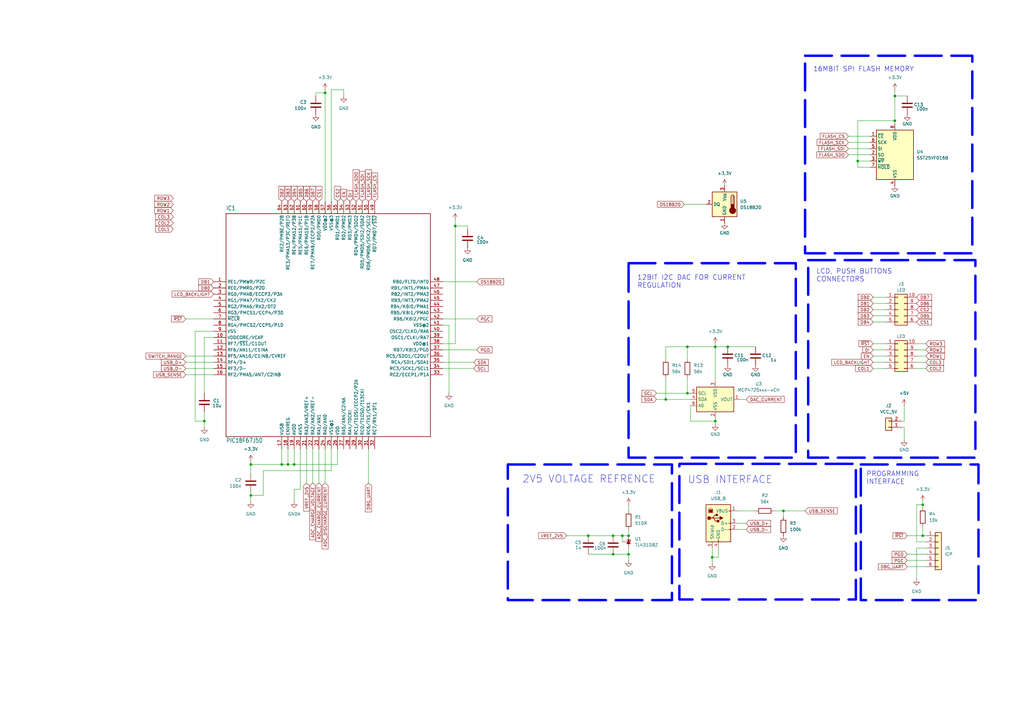
<source format=kicad_sch>
(kicad_sch (version 20250114) (generator "eeschema") (generator_version "9.0")
  (paper "A3")
  (lib_symbols
    (symbol "Analog_DAC:MCP4725xxx-xCH"
      (property "Reference" "U" (at -6.35 6.35 0))
      (property "Value" "MCP4725xxx-xCH" (at 8.89 6.35 0))
      (symbol "MCP4725xxx-xCH_0_1"
        (rectangle (start -7.62 5.08) (end 7.62 -5.08) (stroke (width 0.254)) (fill (type background)))
      )
      (symbol "MCP4725xxx-xCH_1_1"
        (pin input line (at -10.16 2.54 0) (length 2.54) (name "SCL") (number "5"))
        (pin bidirectional line (at -10.16 0 0) (length 2.54) (name "SDA") (number "4"))
        (pin input line (at -10.16 -2.54 0) (length 2.54) (name "A0") (number "6"))
        (pin power_in line (at 0 7.62 270) (length 2.54) (name "VDD") (number "3"))
        (pin power_in line (at 0 -7.62 90) (length 2.54) (name "VSS") (number "2"))
        (pin output line (at 10.16 0 180) (length 2.54) (name "VOUT") (number "1"))
      )
    )
    (symbol "Connector:USB_B" (pin_names (offset 1.016))
      (property "Reference" "J" (at -5.08 11.43 0))
      (property "Value" "USB_B" (at -5.08 8.89 0))
      (symbol "USB_B_0_1"
        (rectangle (start -5.08 -7.62) (end 5.08 7.62) (stroke (width 0.254)) (fill (type background)))
        (polyline (pts (xy -4.064 4.318) (xy -2.286 4.318) (xy -2.286 5.715) (xy -2.667 6.096) (xy -3.683 6.096) (xy -4.064 5.715) (xy -4.064 4.318)))
        (rectangle (start -3.81 5.588) (end -2.54 4.572) (fill (type outline)))
        (circle (center -3.81 2.159) (radius 0.635) (stroke (width 0.254)) (fill (type outline)))
        (polyline (pts (xy -3.175 2.159) (xy -2.54 2.159) (xy -1.27 3.429) (xy -0.635 3.429)) (stroke (width 0.254)))
        (polyline (pts (xy -2.54 2.159) (xy -1.905 2.159) (xy -1.27 0.889) (xy 0 0.889)) (stroke (width 0.254)))
        (polyline (pts (xy -1.905 2.159) (xy 0.635 2.159)) (stroke (width 0.254)))
        (circle (center -0.635 3.429) (radius 0.381) (stroke (width 0.254)) (fill (type outline)))
        (rectangle (start -0.127 -7.62) (end 0.127 -6.858))
        (rectangle (start 0.254 1.27) (end -0.508 0.508) (stroke (width 0.254)) (fill (type outline)))
        (polyline (pts (xy 0.635 2.794) (xy 0.635 1.524) (xy 1.905 2.159) (xy 0.635 2.794)) (stroke (width 0.254)) (fill (type outline)))
        (rectangle (start 5.08 4.953) (end 4.318 5.207))
        (rectangle (start 5.08 -0.127) (end 4.318 0.127))
        (rectangle (start 5.08 -2.667) (end 4.318 -2.413))
      )
      (symbol "USB_B_1_1"
        (pin passive line (at -2.54 -10.16 90) (length 2.54) (name "Shield") (number "5"))
        (pin power_out line (at 0 -10.16 90) (length 2.54) (name "GND") (number "4"))
        (pin power_out line (at 7.62 5.08 180) (length 2.54) (name "VBUS") (number "1"))
        (pin bidirectional line (at 7.62 0 180) (length 2.54) (name "D+") (number "3"))
        (pin bidirectional line (at 7.62 -2.54 180) (length 2.54) (name "D-") (number "2"))
      )
    )
    (symbol "Connector_Generic:Conn_01x02" (pin_names (offset 1.016) (hide yes))
      (property "Reference" "J" (at 0 2.54 0))
      (property "Value" "Conn_01x02" (at 0 -5.08 0))
      (symbol "Conn_01x02_1_1"
        (rectangle (start -1.27 1.27) (end 1.27 -3.81) (stroke (width 0.254)) (fill (type background)))
        (rectangle (start -1.27 0.127) (end 0 -0.127) (stroke (width 0.1524)))
        (rectangle (start -1.27 -2.413) (end 0 -2.667) (stroke (width 0.1524)))
        (pin passive line (at -5.08 0 0) (length 3.81) (name "Pin_1") (number "1"))
        (pin passive line (at -5.08 -2.54 0) (length 3.81) (name "Pin_2") (number "2"))
      )
    )
    (symbol "Connector_Generic:Conn_01x06" (pin_names (offset 1.016) (hide yes))
      (property "Reference" "J" (at 0 7.62 0))
      (property "Value" "Conn_01x06" (at 0 -10.16 0))
      (symbol "Conn_01x06_1_1"
        (rectangle (start -1.27 6.35) (end 1.27 -8.89) (stroke (width 0.254)) (fill (type background)))
        (rectangle (start -1.27 5.207) (end 0 4.953) (stroke (width 0.1524)))
        (rectangle (start -1.27 2.667) (end 0 2.413) (stroke (width 0.1524)))
        (rectangle (start -1.27 0.127) (end 0 -0.127) (stroke (width 0.1524)))
        (rectangle (start -1.27 -2.413) (end 0 -2.667) (stroke (width 0.1524)))
        (rectangle (start -1.27 -4.953) (end 0 -5.207) (stroke (width 0.1524)))
        (rectangle (start -1.27 -7.493) (end 0 -7.747) (stroke (width 0.1524)))
        (pin passive line (at -5.08 5.08 0) (length 3.81) (name "Pin_1") (number "1"))
        (pin passive line (at -5.08 2.54 0) (length 3.81) (name "Pin_2") (number "2"))
        (pin passive line (at -5.08 0 0) (length 3.81) (name "Pin_3") (number "3"))
        (pin passive line (at -5.08 -2.54 0) (length 3.81) (name "Pin_4") (number "4"))
        (pin passive line (at -5.08 -5.08 0) (length 3.81) (name "Pin_5") (number "5"))
        (pin passive line (at -5.08 -7.62 0) (length 3.81) (name "Pin_6") (number "6"))
      )
    )
    (symbol "Connector_Generic:Conn_02x05_Counter_Clockwise" (pin_names (offset 1.016) (hide yes))
      (property "Reference" "J" (at 1.27 7.62 0))
      (property "Value" "Conn_02x05_Counter_Clockwise" (at 1.27 -7.62 0))
      (symbol "Conn_02x05_Counter_Clockwise_1_1"
        (rectangle (start -1.27 6.35) (end 3.81 -6.35) (stroke (width 0.254)) (fill (type background)))
        (rectangle (start -1.27 5.207) (end 0 4.953) (stroke (width 0.1524)))
        (rectangle (start -1.27 2.667) (end 0 2.413) (stroke (width 0.1524)))
        (rectangle (start -1.27 0.127) (end 0 -0.127) (stroke (width 0.1524)))
        (rectangle (start -1.27 -2.413) (end 0 -2.667) (stroke (width 0.1524)))
        (rectangle (start -1.27 -4.953) (end 0 -5.207) (stroke (width 0.1524)))
        (rectangle (start 3.81 5.207) (end 2.54 4.953) (stroke (width 0.1524)))
        (rectangle (start 3.81 2.667) (end 2.54 2.413) (stroke (width 0.1524)))
        (rectangle (start 3.81 0.127) (end 2.54 -0.127) (stroke (width 0.1524)))
        (rectangle (start 3.81 -2.413) (end 2.54 -2.667) (stroke (width 0.1524)))
        (rectangle (start 3.81 -4.953) (end 2.54 -5.207) (stroke (width 0.1524)))
        (pin passive line (at -5.08 5.08 0) (length 3.81) (name "Pin_1") (number "1"))
        (pin passive line (at -5.08 2.54 0) (length 3.81) (name "Pin_2") (number "2"))
        (pin passive line (at -5.08 0 0) (length 3.81) (name "Pin_3") (number "3"))
        (pin passive line (at -5.08 -2.54 0) (length 3.81) (name "Pin_4") (number "4"))
        (pin passive line (at -5.08 -5.08 0) (length 3.81) (name "Pin_5") (number "5"))
        (pin passive line (at 7.62 5.08 180) (length 3.81) (name "Pin_10") (number "10"))
        (pin passive line (at 7.62 2.54 180) (length 3.81) (name "Pin_9") (number "9"))
        (pin passive line (at 7.62 0 180) (length 3.81) (name "Pin_8") (number "8"))
        (pin passive line (at 7.62 -2.54 180) (length 3.81) (name "Pin_7") (number "7"))
        (pin passive line (at 7.62 -5.08 180) (length 3.81) (name "Pin_6") (number "6"))
      )
    )
    (symbol "Device:C" (pin_numbers (hide yes)) (pin_names (offset 0.254))
      (property "Reference" "C" (at 0.635 2.54 0))
      (property "Value" "C" (at 0.635 -2.54 0))
      (symbol "C_0_1"
        (polyline (pts (xy -2.032 0.762) (xy 2.032 0.762)) (stroke (width 0.508)))
        (polyline (pts (xy -2.032 -0.762) (xy 2.032 -0.762)) (stroke (width 0.508)))
      )
      (symbol "C_1_1"
        (pin passive line (at 0 3.81 270) (length 2.794) (name "~") (number "1"))
        (pin passive line (at 0 -3.81 90) (length 2.794) (name "~") (number "2"))
      )
    )
    (symbol "Device:R" (pin_numbers (hide yes)) (pin_names (offset 0))
      (property "Reference" "R" (at 2.032 0 90))
      (property "Value" "R" (at 0 0 90))
      (symbol "R_0_1"
        (rectangle (start -1.016 -2.54) (end 1.016 2.54) (stroke (width 0.254)))
      )
      (symbol "R_1_1"
        (pin passive line (at 0 3.81 270) (length 1.27) (name "~") (number "1"))
        (pin passive line (at 0 -3.81 90) (length 1.27) (name "~") (number "2"))
      )
    )
    (symbol "Memory_Flash:SST25VF080B-50-4x-S2Ax"
      (property "Reference" "U" (at -6.35 11.43 0))
      (property "Value" "SST25VF080B-50-4x-S2Ax" (at 13.97 11.43 0))
      (symbol "SST25VF080B-50-4x-S2Ax_0_1"
        (rectangle (start -7.62 10.16) (end 7.62 -10.16) (stroke (width 0.254)) (fill (type background)))
      )
      (symbol "SST25VF080B-50-4x-S2Ax_1_1"
        (pin input line (at -10.16 7.62 0) (length 2.54) (name "~{CE}") (number "1"))
        (pin input line (at -10.16 5.08 0) (length 2.54) (name "SCK") (number "6"))
        (pin input line (at -10.16 2.54 0) (length 2.54) (name "SI") (number "5"))
        (pin output line (at -10.16 0 0) (length 2.54) (name "SO") (number "2"))
        (pin input line (at -10.16 -2.54 0) (length 2.54) (name "~{WP}") (number "3"))
        (pin input line (at -10.16 -5.08 0) (length 2.54) (name "~{HOLD}") (number "7"))
        (pin power_in line (at 0 12.7 270) (length 2.54) (name "VDD") (number "8"))
        (pin power_in line (at 0 -12.7 90) (length 2.54) (name "VSS") (number "4"))
      )
    )
    (symbol "Reference_Voltage:TL431DBZ" (pin_numbers (hide yes)) (pin_names (hide yes))
      (property "Reference" "U" (at -2.54 2.54 0))
      (property "Value" "TL431DBZ" (at 0 -2.54 0))
      (symbol "TL431DBZ_0_1"
        (polyline (pts (xy -1.27 0) (xy 0 0) (xy 1.27 0)))
        (polyline (pts (xy -0.762 -0.762) (xy -0.762 0.762) (xy 0.762 0) (xy -0.762 -0.762)) (fill (type outline)))
        (polyline (pts (xy 0.254 -0.762) (xy 0.762 -0.762) (xy 0.762 0.762) (xy 0.762 0.762)) (stroke (width 0.254)))
      )
      (symbol "TL431DBZ_1_1"
        (pin passive line (at -2.54 0 0) (length 2.54) (name "A") (number "3"))
        (pin passive line (at 0 2.54 270) (length 2.54) (name "REF") (number "2"))
        (pin passive line (at 2.54 0 180) (length 2.54) (name "K") (number "1"))
      )
    )
    (symbol "Sensor_Temperature:DS18B20"
      (property "Reference" "U" (at -3.81 6.35 0))
      (property "Value" "DS18B20" (at 6.35 6.35 0))
      (symbol "DS18B20_0_1"
        (rectangle (start -5.08 5.08) (end 5.08 -5.08) (stroke (width 0.254)) (fill (type background)))
        (polyline (pts (xy -3.937 3.175) (xy -3.937 0)) (stroke (width 0.254)))
        (polyline (pts (xy -3.937 3.175) (xy -3.302 3.175)) (stroke (width 0.254)))
        (polyline (pts (xy -3.937 2.54) (xy -3.302 2.54)) (stroke (width 0.254)))
        (polyline (pts (xy -3.937 1.905) (xy -3.302 1.905)) (stroke (width 0.254)))
        (polyline (pts (xy -3.937 1.27) (xy -3.302 1.27)) (stroke (width 0.254)))
        (polyline (pts (xy -3.937 0.635) (xy -3.302 0.635)) (stroke (width 0.254)))
        (arc (start -3.937 3.175) (mid -3.302 3.8073) (end -2.667 3.175) (stroke (width 0.254)))
        (circle (center -3.302 -2.54) (radius 1.27) (stroke (width 0.254)) (fill (type outline)))
        (polyline (pts (xy -2.667 3.175) (xy -2.667 0)) (stroke (width 0.254)))
        (rectangle (start -2.667 -1.905) (end -3.937 0) (stroke (width 0.254)) (fill (type outline)))
      )
      (symbol "DS18B20_1_1"
        (pin power_in line (at 0 7.62 270) (length 2.54) (name "V_{DD}") (number "3"))
        (pin power_in line (at 0 -7.62 90) (length 2.54) (name "GND") (number "1"))
        (pin bidirectional line (at 7.62 0 180) (length 2.54) (name "DQ") (number "2"))
      )
    )
    (symbol "centralaV2.2-eagle-import:PIC18F6J50"
      (property "Reference" "IC4" (at -43.18 46.99 0))
      (property "Value" "PIC18F67J50" (at -43.18 -48.26 0))
      (symbol "PIC18F6J50_1_0"
        (polyline (pts (xy -43.18 45.72) (xy -43.18 -45.72)) (stroke (width 0.254)))
        (polyline (pts (xy -43.18 -45.72) (xy 40.64 -45.72)) (stroke (width 0.254)))
        (polyline (pts (xy 40.64 45.72) (xy -43.18 45.72)) (stroke (width 0.254)))
        (polyline (pts (xy 40.64 -45.72) (xy 40.64 45.72)) (stroke (width 0.254)))
        (pin bidirectional line (at -48.26 17.78 0) (length 5.08) (name "RE1/PMWR/P2C") (number "1"))
        (pin bidirectional line (at -48.26 15.24 0) (length 5.08) (name "RE0/PMRD/P2D") (number "2"))
        (pin bidirectional line (at -48.26 12.7 0) (length 5.08) (name "RG0/PMA8/ECCP3/P3A") (number "3"))
        (pin bidirectional line (at -48.26 10.16 0) (length 5.08) (name "RG1/PMA7/TX2/CK2") (number "4"))
        (pin bidirectional line (at -48.26 7.62 0) (length 5.08) (name "RG2/PMA6/RX2/DT2") (number "5"))
        (pin bidirectional line (at -48.26 5.08 0) (length 5.08) (name "RG3/PMCS1/CCP4/P3D") (number "6"))
        (pin input line (at -48.26 2.54 0) (length 5.08) (name "~{MCLR}") (number "7"))
        (pin bidirectional line (at -48.26 0 0) (length 5.08) (name "RG4/PMCS2/CCP5/P1D") (number "8"))
        (pin power_in line (at -48.26 -2.54 0) (length 5.08) (name "VSS") (number "9"))
        (pin bidirectional line (at -48.26 -5.08 0) (length 5.08) (name "VDDCORE/VCAP") (number "10"))
        (pin bidirectional line (at -48.26 -7.62 0) (length 5.08) (name "RF7/~{SS1}/C1OUT") (number "11"))
        (pin bidirectional line (at -48.26 -10.16 0) (length 5.08) (name "RF6/AN11/C1INA") (number "12"))
        (pin bidirectional line (at -48.26 -12.7 0) (length 5.08) (name "RF5/AN10/C1INB/CVREF") (number "13"))
        (pin bidirectional line (at -48.26 -15.24 0) (length 5.08) (name "RF4/D+") (number "14"))
        (pin bidirectional line (at -48.26 -17.78 0) (length 5.08) (name "RF3/D-") (number "15"))
        (pin bidirectional line (at -48.26 -20.32 0) (length 5.08) (name "RF2/PMA5/AN7/C2INB") (number "16"))
        (pin bidirectional line (at -20.32 50.8 270) (length 5.08) (name "RE2/PMBE/P2B") (number "64"))
        (pin bidirectional line (at -20.32 -50.8 90) (length 5.08) (name "VUSB") (number "17"))
        (pin bidirectional line (at -17.78 50.8 270) (length 5.08) (name "RE3/PMA13/P3C/REFO") (number "63"))
        (pin input line (at -17.78 -50.8 90) (length 5.08) (name "ENVREG") (number "18"))
        (pin bidirectional line (at -15.24 50.8 270) (length 5.08) (name "RE4/PMA12/P3B") (number "62"))
        (pin bidirectional line (at -15.24 -50.8 90) (length 5.08) (name "AVDD") (number "19"))
        (pin bidirectional line (at -12.7 50.8 270) (length 5.08) (name "RE5/PMA11/P1C") (number "61"))
        (pin bidirectional line (at -12.7 -50.8 90) (length 5.08) (name "AVSS") (number "20"))
        (pin bidirectional line (at -10.16 50.8 270) (length 5.08) (name "RE6/PMA10/P1B") (number "60"))
        (pin bidirectional line (at -10.16 -50.8 90) (length 5.08) (name "RA3/AN3/VREF+") (number "21"))
        (pin bidirectional line (at -7.62 50.8 270) (length 5.08) (name "RE7/PMA9/ECCP2/P2A") (number "59"))
        (pin bidirectional line (at -7.62 -50.8 90) (length 5.08) (name "RA2/AN2/VREF-") (number "22"))
        (pin bidirectional line (at -5.08 50.8 270) (length 5.08) (name "RD0/PMD0") (number "58"))
        (pin bidirectional line (at -5.08 -50.8 90) (length 5.08) (name "RA1/AN1") (number "23"))
        (pin power_in line (at -2.54 50.8 270) (length 5.08) (name "VDD@2") (number "57"))
        (pin bidirectional line (at -2.54 -50.8 90) (length 5.08) (name "RA0/AN0") (number "24"))
        (pin power_in line (at 0 50.8 270) (length 5.08) (name "VSS@3") (number "56"))
        (pin power_in line (at 0 -50.8 90) (length 5.08) (name "VSS@1") (number "25"))
        (pin bidirectional line (at 2.54 50.8 270) (length 5.08) (name "RD1/PMD1") (number "55"))
        (pin power_in line (at 2.54 -50.8 90) (length 5.08) (name "VDD") (number "26"))
        (pin bidirectional line (at 5.08 50.8 270) (length 5.08) (name "RD2/PMD2") (number "54"))
        (pin bidirectional line (at 5.08 -50.8 90) (length 5.08) (name "RA5/AN4/C2INA") (number "27"))
        (pin bidirectional line (at 7.62 50.8 270) (length 5.08) (name "RD3/PMD3") (number "53"))
        (pin bidirectional line (at 7.62 -50.8 90) (length 5.08) (name "RA4/T0CKI") (number "28"))
        (pin bidirectional line (at 10.16 50.8 270) (length 5.08) (name "RD4/PMD4/SDO2") (number "52"))
        (pin bidirectional line (at 10.16 -50.8 90) (length 5.08) (name "RC1/T1OSI/ECCP2/P2A") (number "29"))
        (pin bidirectional line (at 12.7 50.8 270) (length 5.08) (name "RD5/PMD5/SDI2/SDA2") (number "51"))
        (pin bidirectional line (at 12.7 -50.8 90) (length 5.08) (name "RC0/T1OSO/T13CKI") (number "30"))
        (pin bidirectional line (at 15.24 50.8 270) (length 5.08) (name "RD6/PMD6/SCK2/SCL2") (number "50"))
        (pin bidirectional line (at 15.24 -50.8 90) (length 5.08) (name "RC6/TX1/CK1") (number "31"))
        (pin bidirectional line (at 17.78 50.8 270) (length 5.08) (name "RD7/PMD7/~{SS2}") (number "49"))
        (pin bidirectional line (at 17.78 -50.8 90) (length 5.08) (name "RC7/RX1/DT1") (number "32"))
        (pin bidirectional line (at 45.72 17.78 180) (length 5.08) (name "RB0/FLT0/INT0") (number "48"))
        (pin bidirectional line (at 45.72 15.24 180) (length 5.08) (name "RB1/INT1/PMA4") (number "47"))
        (pin bidirectional line (at 45.72 12.7 180) (length 5.08) (name "RB2/INT2/PMA3") (number "46"))
        (pin bidirectional line (at 45.72 10.16 180) (length 5.08) (name "RB3/INT3/PMA2") (number "45"))
        (pin bidirectional line (at 45.72 7.62 180) (length 5.08) (name "RB4/KBI0/PMA1") (number "44"))
        (pin bidirectional line (at 45.72 5.08 180) (length 5.08) (name "RB5/KBI1/PMA0") (number "43"))
        (pin bidirectional line (at 45.72 2.54 180) (length 5.08) (name "RB6/KBI2/PGC") (number "42"))
        (pin power_in line (at 45.72 0 180) (length 5.08) (name "VSS@2") (number "41"))
        (pin bidirectional line (at 45.72 -2.54 180) (length 5.08) (name "OSC2/CLKO/RA6") (number "40"))
        (pin bidirectional line (at 45.72 -5.08 180) (length 5.08) (name "OSC1/CLKI/RA7") (number "39"))
        (pin power_in line (at 45.72 -7.62 180) (length 5.08) (name "VDD@1") (number "38"))
        (pin bidirectional line (at 45.72 -10.16 180) (length 5.08) (name "RB7/KBI3/PGD") (number "37"))
        (pin bidirectional line (at 45.72 -12.7 180) (length 5.08) (name "RC5/SDO1/C2OUT") (number "36"))
        (pin bidirectional line (at 45.72 -15.24 180) (length 5.08) (name "RC4/SDI1/SDA1") (number "35"))
        (pin bidirectional line (at 45.72 -17.78 180) (length 5.08) (name "RC3/SCK1/SCL1") (number "34"))
        (pin bidirectional line (at 45.72 -20.32 180) (length 5.08) (name "RC2/ECCP1/P1A") (number "33"))
      )
    )
    (symbol "power:+3.3V" (power) (pin_numbers (hide yes)) (pin_names (offset 0) (hide yes))
      (property "Value" "+3.3V" (at 0 3.556 0))
      (symbol "+3.3V_0_1"
        (polyline (pts (xy -0.762 1.27) (xy 0 2.54)))
        (polyline (pts (xy 0 2.54) (xy 0.762 1.27)))
        (polyline (pts (xy 0 0) (xy 0 2.54)))
      )
      (symbol "+3.3V_1_1"
        (pin power_in line (at 0 0 90) (length 0) (name "~") (number "1"))
      )
    )
    (symbol "power:+5V" (power) (pin_numbers (hide yes)) (pin_names (offset 0) (hide yes))
      (property "Value" "+5V" (at 0 3.556 0))
      (symbol "+5V_0_1"
        (polyline (pts (xy -0.762 1.27) (xy 0 2.54)))
        (polyline (pts (xy 0 2.54) (xy 0.762 1.27)))
        (polyline (pts (xy 0 0) (xy 0 2.54)))
      )
      (symbol "+5V_1_1"
        (pin power_in line (at 0 0 90) (length 0) (name "~") (number "1"))
      )
    )
    (symbol "power:GND" (power) (pin_numbers (hide yes)) (pin_names (offset 0) (hide yes))
      (property "Value" "GND" (at 0 -3.81 0))
      (symbol "GND_0_1"
        (polyline (pts (xy 0 0) (xy 0 -1.27) (xy 1.27 -1.27) (xy 0 -2.54) (xy -1.27 -1.27) (xy 0 -1.27)))
      )
      (symbol "GND_1_1"
        (pin power_in line (at 0 0 270) (length 0) (name "~") (number "1"))
      )
    )
    (symbol "power:GNDA" (power) (pin_numbers (hide yes)) (pin_names (offset 0) (hide yes))
      (property "Value" "GNDA" (at 0 -3.81 0))
      (symbol "GNDA_0_1"
        (polyline (pts (xy 0 0) (xy 0 -1.27) (xy 1.27 -1.27) (xy 0 -2.54) (xy -1.27 -1.27) (xy 0 -1.27)))
      )
      (symbol "GNDA_1_1"
        (pin power_in line (at 0 0 270) (length 0) (name "~") (number "1"))
      )
    )
  )
  (rectangle (start 208.28 190.5) (end 275.59 246.126) (stroke (width 1) (type dash) (color 0 0 255 1)))
  (rectangle (start 257.81 107.95) (end 326.39 187.706) (stroke (width 1) (type dash) (color 0 0 255 1)))
  (rectangle (start 353.06 190.5) (end 401.32 246.126) (stroke (width 1) (type dash) (color 0 0 255 1)))
  (rectangle (start 330.2 22.86) (end 398.78 103.886) (stroke (width 1) (type dash) (color 0 0 255 1)))
  (rectangle (start 331.47 106.68) (end 400.05 187.706) (stroke (width 1) (type dash) (color 0 0 255 1)))
  (rectangle (start 278.638 190.246) (end 351.028 245.872) (stroke (width 1) (type dash) (color 0 0 255 1)))
  (text "LCD, PUSH BUTTONS\nCONNECTORS" (at 334.772 113.03 0) (effects (font (size 2 2)) (justify left)))
  (text "16MBIT SPI FLASH MEMORY" (at 333.502 28.448 0) (effects (font (size 2 2)) (justify left)))
  (text "12BIT I2C DAC FOR CURRENT\nREGULATION" (at 261.366 115.57 0) (effects (font (size 2 2)) (justify left)))
  (text "PROGRAMMING\nINTERFACE" (at 355.346 196.088 0) (effects (font (size 2 2)) (justify left)))
  (text "USB INTERFACE" (at 299.466 196.85 0) (effects (font (size 3 3))))
  (text "2V5 VOLTAGE REFRENCE" (at 241.554 196.596 0) (effects (font (size 3 3))))
  (junction (at 378.46 219.71))
  (junction (at 257.81 219.71))
  (junction (at 133.35 38.1))
  (junction (at 293.37 142.24))
  (junction (at 351.79 66.04))
  (junction (at 118.11 190.5))
  (junction (at 102.87 190.5))
  (junction (at 255.27 219.71))
  (junction (at 292.1 228.6))
  (junction (at 251.46 227.33))
  (junction (at 378.46 207.01))
  (junction (at 257.81 227.33))
  (junction (at 281.94 142.24))
  (junction (at 83.82 172.72))
  (junction (at 273.05 163.83))
  (junction (at 321.31 209.55))
  (junction (at 102.87 203.2))
  (junction (at 186.69 92.71))
  (junction (at 298.45 142.24))
  (junction (at 120.65 190.5))
  (junction (at 293.37 172.72))
  (junction (at 281.94 161.29))
  (junction (at 367.03 39.37))
  (junction (at 367.03 49.53))
  (junction (at 251.46 219.71))
  (junction (at 115.57 190.5))
  (junction (at 241.3 219.71))
  (wire (pts (xy 102.87 203.2) (xy 107.95 203.2)))
  (wire (pts (xy 280.67 83.82) (xy 289.56 83.82)))
  (wire (pts (xy 375.92 148.59) (xy 379.73 148.59)))
  (wire (pts (xy 358.14 127) (xy 363.22 127)))
  (wire (pts (xy 255.27 222.25) (xy 255.27 219.71)))
  (wire (pts (xy 281.94 142.24) (xy 293.37 142.24)))
  (wire (pts (xy 120.65 200.66) (xy 123.19 200.66)))
  (wire (pts (xy 128.27 184.15) (xy 128.27 198.12)))
  (wire (pts (xy 375.92 140.97) (xy 379.73 140.97)))
  (wire (pts (xy 76.2 146.05) (xy 87.63 146.05)))
  (wire (pts (xy 257.81 207.01) (xy 257.81 209.55)))
  (wire (pts (xy 306.07 217.17) (xy 302.26 217.17)))
  (wire (pts (xy 378.46 219.71) (xy 379.73 219.71)))
  (wire (pts (xy 186.69 90.17) (xy 186.69 92.71)))
  (wire (pts (xy 251.46 227.33) (xy 257.81 227.33)))
  (wire (pts (xy 293.37 172.72) (xy 293.37 171.45)))
  (wire (pts (xy 375.92 222.25) (xy 375.92 207.01)))
  (wire (pts (xy 102.87 190.5) (xy 115.57 190.5)))
  (wire (pts (xy 115.57 184.15) (xy 115.57 190.5)))
  (wire (pts (xy 292.1 228.6) (xy 292.1 224.79)))
  (wire (pts (xy 129.54 39.37) (xy 129.54 38.1)))
  (wire (pts (xy 292.1 228.6) (xy 294.64 228.6)))
  (wire (pts (xy 351.79 66.04) (xy 356.87 66.04)))
  (wire (pts (xy 186.69 92.71) (xy 186.69 140.97)))
  (wire (pts (xy 293.37 173.99) (xy 293.37 172.72)))
  (wire (pts (xy 358.14 143.51) (xy 363.22 143.51)))
  (wire (pts (xy 351.79 68.58) (xy 351.79 66.04)))
  (wire (pts (xy 321.31 209.55) (xy 321.31 212.09)))
  (wire (pts (xy 273.05 163.83) (xy 283.21 163.83)))
  (wire (pts (xy 281.94 147.32) (xy 281.94 142.24)))
  (wire (pts (xy 241.3 227.33) (xy 251.46 227.33)))
  (wire (pts (xy 358.14 148.59) (xy 363.22 148.59)))
  (wire (pts (xy 372.11 227.33) (xy 379.73 227.33)))
  (wire (pts (xy 294.64 228.6) (xy 294.64 224.79)))
  (wire (pts (xy 83.82 138.43) (xy 87.63 138.43)))
  (wire (pts (xy 76.2 151.13) (xy 87.63 151.13)))
  (wire (pts (xy 378.46 215.9) (xy 378.46 219.71)))
  (wire (pts (xy 375.92 143.51) (xy 379.73 143.51)))
  (wire (pts (xy 367.03 39.37) (xy 367.03 49.53)))
  (wire (pts (xy 378.46 205.74) (xy 378.46 207.01)))
  (wire (pts (xy 102.87 189.23) (xy 102.87 190.5)))
  (wire (pts (xy 83.82 168.91) (xy 83.82 172.72)))
  (wire (pts (xy 135.89 193.04) (xy 135.89 184.15)))
  (wire (pts (xy 370.84 175.26) (xy 370.84 180.34)))
  (wire (pts (xy 129.54 38.1) (xy 133.35 38.1)))
  (wire (pts (xy 133.35 38.1) (xy 133.35 36.83)))
  (wire (pts (xy 195.58 115.57) (xy 181.61 115.57)))
  (wire (pts (xy 358.14 140.97) (xy 363.22 140.97)))
  (wire (pts (xy 257.81 227.33) (xy 257.81 224.79)))
  (wire (pts (xy 118.11 184.15) (xy 118.11 190.5)))
  (wire (pts (xy 292.1 231.14) (xy 292.1 228.6)))
  (wire (pts (xy 83.82 161.29) (xy 83.82 138.43)))
  (wire (pts (xy 283.21 172.72) (xy 283.21 166.37)))
  (wire (pts (xy 375.92 151.13) (xy 379.73 151.13)))
  (wire (pts (xy 281.94 154.94) (xy 281.94 161.29)))
  (wire (pts (xy 257.81 217.17) (xy 257.81 219.71)))
  (wire (pts (xy 186.69 140.97) (xy 181.61 140.97)))
  (wire (pts (xy 378.46 207.01) (xy 378.46 208.28)))
  (wire (pts (xy 317.5 209.55) (xy 321.31 209.55)))
  (wire (pts (xy 281.94 161.29) (xy 283.21 161.29)))
  (wire (pts (xy 80.01 172.72) (xy 83.82 172.72)))
  (wire (pts (xy 306.07 214.63) (xy 302.26 214.63)))
  (wire (pts (xy 115.57 190.5) (xy 118.11 190.5)))
  (wire (pts (xy 358.14 121.92) (xy 363.22 121.92)))
  (wire (pts (xy 107.95 193.04) (xy 135.89 193.04)))
  (wire (pts (xy 321.31 209.55) (xy 330.2 209.55)))
  (wire (pts (xy 194.31 148.59) (xy 181.61 148.59)))
  (wire (pts (xy 375.92 224.79) (xy 379.73 224.79)))
  (wire (pts (xy 358.14 146.05) (xy 363.22 146.05)))
  (wire (pts (xy 347.98 55.88) (xy 356.87 55.88)))
  (wire (pts (xy 232.41 219.71) (xy 241.3 219.71)))
  (wire (pts (xy 184.15 133.35) (xy 181.61 133.35)))
  (wire (pts (xy 351.79 66.04) (xy 351.79 49.53)))
  (wire (pts (xy 140.97 36.83) (xy 140.97 39.37)))
  (wire (pts (xy 306.07 163.83) (xy 303.53 163.83)))
  (wire (pts (xy 375.92 146.05) (xy 379.73 146.05)))
  (wire (pts (xy 356.87 68.58) (xy 351.79 68.58)))
  (wire (pts (xy 251.46 219.71) (xy 255.27 219.71)))
  (wire (pts (xy 372.11 219.71) (xy 378.46 219.71)))
  (wire (pts (xy 195.58 143.51) (xy 181.61 143.51)))
  (wire (pts (xy 80.01 135.89) (xy 80.01 172.72)))
  (wire (pts (xy 351.79 49.53) (xy 367.03 49.53)))
  (wire (pts (xy 118.11 190.5) (xy 120.65 190.5)))
  (wire (pts (xy 151.13 198.12) (xy 151.13 184.15)))
  (wire (pts (xy 370.84 175.26) (xy 369.57 175.26)))
  (wire (pts (xy 135.89 36.83) (xy 135.89 82.55)))
  (wire (pts (xy 347.98 58.42) (xy 356.87 58.42)))
  (wire (pts (xy 372.11 39.37) (xy 367.03 39.37)))
  (wire (pts (xy 241.3 219.71) (xy 251.46 219.71)))
  (wire (pts (xy 358.14 124.46) (xy 363.22 124.46)))
  (wire (pts (xy 347.98 63.5) (xy 356.87 63.5)))
  (wire (pts (xy 273.05 147.32) (xy 273.05 142.24)))
  (wire (pts (xy 80.01 135.89) (xy 87.63 135.89)))
  (wire (pts (xy 133.35 82.55) (xy 133.35 38.1)))
  (wire (pts (xy 372.11 232.41) (xy 379.73 232.41)))
  (wire (pts (xy 358.14 129.54) (xy 363.22 129.54)))
  (wire (pts (xy 372.11 229.87) (xy 379.73 229.87)))
  (wire (pts (xy 76.2 130.81) (xy 87.63 130.81)))
  (wire (pts (xy 375.92 237.49) (xy 375.92 224.79)))
  (wire (pts (xy 269.24 163.83) (xy 273.05 163.83)))
  (wire (pts (xy 130.81 184.15) (xy 130.81 198.12)))
  (wire (pts (xy 133.35 184.15) (xy 133.35 198.12)))
  (wire (pts (xy 257.81 229.87) (xy 257.81 227.33)))
  (wire (pts (xy 273.05 142.24) (xy 281.94 142.24)))
  (wire (pts (xy 125.73 198.12) (xy 125.73 184.15)))
  (wire (pts (xy 191.77 92.71) (xy 186.69 92.71)))
  (wire (pts (xy 358.14 132.08) (xy 363.22 132.08)))
  (wire (pts (xy 194.31 151.13) (xy 181.61 151.13)))
  (wire (pts (xy 369.57 172.72) (xy 370.84 172.72)))
  (wire (pts (xy 379.73 222.25) (xy 375.92 222.25)))
  (wire (pts (xy 293.37 172.72) (xy 283.21 172.72)))
  (wire (pts (xy 76.2 153.67) (xy 87.63 153.67)))
  (wire (pts (xy 358.14 151.13) (xy 363.22 151.13)))
  (wire (pts (xy 375.92 207.01) (xy 378.46 207.01)))
  (wire (pts (xy 184.15 161.29) (xy 184.15 133.35)))
  (wire (pts (xy 293.37 140.97) (xy 293.37 142.24)))
  (wire (pts (xy 102.87 205.74) (xy 102.87 203.2)))
  (wire (pts (xy 191.77 93.98) (xy 191.77 92.71)))
  (wire (pts (xy 138.43 184.15) (xy 138.43 190.5)))
  (wire (pts (xy 273.05 154.94) (xy 273.05 163.83)))
  (wire (pts (xy 255.27 219.71) (xy 257.81 219.71)))
  (wire (pts (xy 367.03 49.53) (xy 367.03 50.8)))
  (wire (pts (xy 302.26 209.55) (xy 309.88 209.55)))
  (wire (pts (xy 123.19 200.66) (xy 123.19 184.15)))
  (wire (pts (xy 347.98 60.96) (xy 356.87 60.96)))
  (wire (pts (xy 83.82 172.72) (xy 83.82 175.26)))
  (wire (pts (xy 367.03 36.83) (xy 367.03 39.37)))
  (wire (pts (xy 293.37 142.24) (xy 293.37 156.21)))
  (wire (pts (xy 370.84 166.37) (xy 370.84 172.72)))
  (wire (pts (xy 195.58 130.81) (xy 181.61 130.81)))
  (wire (pts (xy 120.65 184.15) (xy 120.65 190.5)))
  (wire (pts (xy 135.89 36.83) (xy 140.97 36.83)))
  (wire (pts (xy 76.2 148.59) (xy 87.63 148.59)))
  (wire (pts (xy 107.95 203.2) (xy 107.95 193.04)))
  (wire (pts (xy 298.45 142.24) (xy 293.37 142.24)))
  (wire (pts (xy 269.24 161.29) (xy 281.94 161.29)))
  (wire (pts (xy 120.65 190.5) (xy 138.43 190.5)))
  (wire (pts (xy 120.65 205.74) (xy 120.65 200.66)))
  (wire (pts (xy 102.87 203.2) (xy 102.87 201.93)))
  (wire (pts (xy 102.87 190.5) (xy 102.87 194.31)))
  (wire (pts (xy 298.45 142.24) (xy 309.88 142.24)))
  (global_label "ROW1" (shape input) (at 71.12 86.36 180) (property "Intersheetrefs" "${INTERSHEET_REFS}" (effects (hide yes))))
  (global_label "ROW2" (shape input) (at 71.12 83.82 180) (property "Intersheetrefs" "${INTERSHEET_REFS}" (effects (hide yes))))
  (global_label "DB2" (shape input) (at 115.57 82.55 90) (property "Intersheetrefs" "${INTERSHEET_REFS}" (effects (hide yes))))
  (global_label "SCL" (shape input) (at 194.31 151.13 0) (property "Intersheetrefs" "${INTERSHEET_REFS}" (effects (hide yes))))
  (global_label "COL2" (shape input) (at 71.12 91.44 180) (property "Intersheetrefs" "${INTERSHEET_REFS}" (effects (hide yes))))
  (global_label "DI" (shape input) (at 358.14 143.51 180) (property "Intersheetrefs" "${INTERSHEET_REFS}" (effects (hide yes))))
  (global_label "~{RST}" (shape input) (at 372.11 219.71 180) (property "Intersheetrefs" "${INTERSHEET_REFS}" (effects (hide yes))))
  (global_label "USB_SENSE" (shape input) (at 76.2 153.67 180) (property "Intersheetrefs" "${INTERSHEET_REFS}" (effects (hide yes))))
  (global_label "EN" (shape input) (at 140.97 82.55 90) (property "Intersheetrefs" "${INTERSHEET_REFS}" (effects (hide yes))))
  (global_label "DB4" (shape input) (at 358.14 132.08 180) (property "Intersheetrefs" "${INTERSHEET_REFS}" (effects (hide yes))))
  (global_label "VREF_2V5" (shape input) (at 232.41 219.71 180) (property "Intersheetrefs" "${INTERSHEET_REFS}" (effects (hide yes))))
  (global_label "~{RST}" (shape input) (at 358.14 140.97 180) (property "Intersheetrefs" "${INTERSHEET_REFS}" (effects (hide yes))))
  (global_label "DB6" (shape input) (at 375.92 124.46 0) (property "Intersheetrefs" "${INTERSHEET_REFS}" (effects (hide yes))))
  (global_label "DB5" (shape input) (at 375.92 129.54 0) (property "Intersheetrefs" "${INTERSHEET_REFS}" (effects (hide yes))))
  (global_label "FLASH_CS" (shape input) (at 153.67 82.55 90) (property "Intersheetrefs" "${INTERSHEET_REFS}" (effects (hide yes))))
  (global_label "FLASH_SCK" (shape input) (at 347.98 58.42 180) (property "Intersheetrefs" "${INTERSHEET_REFS}" (effects (hide yes))))
  (global_label "DS18B20" (shape input) (at 280.67 83.82 180) (property "Intersheetrefs" "${INTERSHEET_REFS}" (effects (hide yes))))
  (global_label "COL2" (shape input) (at 379.73 151.13 0) (property "Intersheetrefs" "${INTERSHEET_REFS}" (effects (hide yes))))
  (global_label "ROW2" (shape input) (at 379.73 143.51 0) (property "Intersheetrefs" "${INTERSHEET_REFS}" (effects (hide yes))))
  (global_label "CS2" (shape input) (at 375.92 127 0) (property "Intersheetrefs" "${INTERSHEET_REFS}" (effects (hide yes))))
  (global_label "COL1" (shape input) (at 71.12 93.98 180) (property "Intersheetrefs" "${INTERSHEET_REFS}" (effects (hide yes))))
  (global_label "USB_SENSE" (shape input) (at 330.2 209.55 0) (property "Intersheetrefs" "${INTERSHEET_REFS}" (effects (hide yes))))
  (global_label "PGD" (shape input) (at 195.58 143.51 0) (property "Intersheetrefs" "${INTERSHEET_REFS}" (effects (hide yes))))
  (global_label "DI" (shape input) (at 143.51 82.55 90) (property "Intersheetrefs" "${INTERSHEET_REFS}" (effects (hide yes))))
  (global_label "FLASH_SDO" (shape input) (at 347.98 63.5 180) (property "Intersheetrefs" "${INTERSHEET_REFS}" (effects (hide yes))))
  (global_label "USB_D+" (shape input) (at 306.07 214.63 0) (property "Intersheetrefs" "${INTERSHEET_REFS}" (effects (hide yes))))
  (global_label "ROW3" (shape input) (at 71.12 81.28 180) (property "Intersheetrefs" "${INTERSHEET_REFS}" (effects (hide yes))))
  (global_label "PGC" (shape input) (at 195.58 130.81 0) (property "Intersheetrefs" "${INTERSHEET_REFS}" (effects (hide yes))))
  (global_label "DB7" (shape input) (at 128.27 82.55 90) (property "Intersheetrefs" "${INTERSHEET_REFS}" (effects (hide yes))))
  (global_label "COL3" (shape input) (at 71.12 88.9 180) (property "Intersheetrefs" "${INTERSHEET_REFS}" (effects (hide yes))))
  (global_label "FLASH_SDO" (shape input) (at 146.05 82.55 90) (property "Intersheetrefs" "${INTERSHEET_REFS}" (effects (hide yes))))
  (global_label "SDA" (shape input) (at 269.24 163.83 180) (property "Intersheetrefs" "${INTERSHEET_REFS}" (effects (hide yes))))
  (global_label "DBG_UART" (shape input) (at 151.13 198.12 270) (property "Intersheetrefs" "${INTERSHEET_REFS}" (effects (hide yes))))
  (global_label "ADC_CHARGE_VOLTAGE" (shape input) (at 128.27 198.12 270) (property "Intersheetrefs" "${INTERSHEET_REFS}" (effects (hide yes))))
  (global_label "PGD" (shape input) (at 372.11 227.33 180) (property "Intersheetrefs" "${INTERSHEET_REFS}" (effects (hide yes))))
  (global_label "DBG_UART" (shape input) (at 372.11 232.41 180) (property "Intersheetrefs" "${INTERSHEET_REFS}" (effects (hide yes))))
  (global_label "FLASH_SCK" (shape input) (at 151.13 82.55 90) (property "Intersheetrefs" "${INTERSHEET_REFS}" (effects (hide yes))))
  (global_label "COL1" (shape input) (at 358.14 151.13 180) (property "Intersheetrefs" "${INTERSHEET_REFS}" (effects (hide yes))))
  (global_label "FLASH_SDI" (shape input) (at 148.59 82.55 90) (property "Intersheetrefs" "${INTERSHEET_REFS}" (effects (hide yes))))
  (global_label "FLASH_SDI" (shape input) (at 347.98 60.96 180) (property "Intersheetrefs" "${INTERSHEET_REFS}" (effects (hide yes))))
  (global_label "DB0" (shape input) (at 358.14 121.92 180) (property "Intersheetrefs" "${INTERSHEET_REFS}" (effects (hide yes))))
  (global_label "EN" (shape input) (at 358.14 146.05 180) (property "Intersheetrefs" "${INTERSHEET_REFS}" (effects (hide yes))))
  (global_label "DB7" (shape input) (at 375.92 121.92 0) (property "Intersheetrefs" "${INTERSHEET_REFS}" (effects (hide yes))))
  (global_label "DB5" (shape input) (at 123.19 82.55 90) (property "Intersheetrefs" "${INTERSHEET_REFS}" (effects (hide yes))))
  (global_label "DS18B20" (shape input) (at 195.58 115.57 0) (property "Intersheetrefs" "${INTERSHEET_REFS}" (effects (hide yes))))
  (global_label "USB_D-" (shape input) (at 76.2 151.13 180) (property "Intersheetrefs" "${INTERSHEET_REFS}" (effects (hide yes))))
  (global_label "ROW1" (shape input) (at 379.73 146.05 0) (property "Intersheetrefs" "${INTERSHEET_REFS}" (effects (hide yes))))
  (global_label "DB4" (shape input) (at 120.65 82.55 90) (property "Intersheetrefs" "${INTERSHEET_REFS}" (effects (hide yes))))
  (global_label "SDA" (shape input) (at 194.31 148.59 0) (property "Intersheetrefs" "${INTERSHEET_REFS}" (effects (hide yes))))
  (global_label "USB_D+" (shape input) (at 76.2 148.59 180) (property "Intersheetrefs" "${INTERSHEET_REFS}" (effects (hide yes))))
  (global_label "SWITCH_RANGE" (shape input) (at 76.2 146.05 180) (property "Intersheetrefs" "${INTERSHEET_REFS}" (effects (hide yes))))
  (global_label "COL3" (shape input) (at 379.73 148.59 0) (property "Intersheetrefs" "${INTERSHEET_REFS}" (effects (hide yes))))
  (global_label "DB2" (shape input) (at 358.14 127 180) (property "Intersheetrefs" "${INTERSHEET_REFS}" (effects (hide yes))))
  (global_label "~{RST}" (shape input) (at 76.2 130.81 180) (property "Intersheetrefs" "${INTERSHEET_REFS}" (effects (hide yes))))
  (global_label "LCD_BACKLIGHT" (shape input) (at 358.14 148.59 180) (property "Intersheetrefs" "${INTERSHEET_REFS}" (effects (hide yes))))
  (global_label "ROW3" (shape input) (at 379.73 140.97 0) (property "Intersheetrefs" "${INTERSHEET_REFS}" (effects (hide yes))))
  (global_label "ADC_DISCHARGE_CURRENT" (shape input) (at 133.35 198.12 270) (property "Intersheetrefs" "${INTERSHEET_REFS}" (effects (hide yes))))
  (global_label "LCD_BACKLIGHT" (shape input) (at 87.63 120.65 180) (property "Intersheetrefs" "${INTERSHEET_REFS}" (effects (hide yes))))
  (global_label "DB0" (shape input) (at 87.63 118.11 180) (property "Intersheetrefs" "${INTERSHEET_REFS}" (effects (hide yes))))
  (global_label "PGC" (shape input) (at 372.11 229.87 180) (property "Intersheetrefs" "${INTERSHEET_REFS}" (effects (hide yes))))
  (global_label "VREF_2V5" (shape input) (at 125.73 198.12 270) (property "Intersheetrefs" "${INTERSHEET_REFS}" (effects (hide yes))))
  (global_label "DB3" (shape input) (at 118.11 82.55 90) (property "Intersheetrefs" "${INTERSHEET_REFS}" (effects (hide yes))))
  (global_label "CS2" (shape input) (at 138.43 82.55 90) (property "Intersheetrefs" "${INTERSHEET_REFS}" (effects (hide yes))))
  (global_label "ADC_CHARGE_CURRENT" (shape input) (at 130.81 198.12 270) (property "Intersheetrefs" "${INTERSHEET_REFS}" (effects (hide yes))))
  (global_label "USB_D-" (shape input) (at 306.07 217.17 0) (property "Intersheetrefs" "${INTERSHEET_REFS}" (effects (hide yes))))
  (global_label "CS1" (shape input) (at 130.81 82.55 90) (property "Intersheetrefs" "${INTERSHEET_REFS}" (effects (hide yes))))
  (global_label "CS1" (shape input) (at 375.92 132.08 0) (property "Intersheetrefs" "${INTERSHEET_REFS}" (effects (hide yes))))
  (global_label "DB3" (shape input) (at 358.14 129.54 180) (property "Intersheetrefs" "${INTERSHEET_REFS}" (effects (hide yes))))
  (global_label "DAC_CURRENT" (shape input) (at 306.07 163.83 0) (property "Intersheetrefs" "${INTERSHEET_REFS}" (effects (hide yes))))
  (global_label "FLASH_CS" (shape input) (at 347.98 55.88 180) (property "Intersheetrefs" "${INTERSHEET_REFS}" (effects (hide yes))))
  (global_label "SCL" (shape input) (at 269.24 161.29 180) (property "Intersheetrefs" "${INTERSHEET_REFS}" (effects (hide yes))))
  (global_label "DB1" (shape input) (at 358.14 124.46 180) (property "Intersheetrefs" "${INTERSHEET_REFS}" (effects (hide yes))))
  (global_label "DB1" (shape input) (at 87.63 115.57 180) (property "Intersheetrefs" "${INTERSHEET_REFS}" (effects (hide yes))))
  (global_label "DB6" (shape input) (at 125.73 82.55 90) (property "Intersheetrefs" "${INTERSHEET_REFS}" (effects (hide yes))))
  (symbol (lib_id "Connector_Generic:Conn_01x02") (at 364.49 175.26 180) (unit 1)
    (property "Reference" "J2" (at 364.49 166.37 0))
    (property "Value" "VCC_5V" (at 364.49 168.91 0))
    (property "Footprint" "Connector_JST:JST_XA_B02B-XASK-1_1x02_P2.50mm_Vertical" (effects (hide yes)))
    (property "Description" "Generic connector, single row, 01x02, script generated (kicad-library-utils/schlib/autogen/connector/)" (effects (hide yes)))
  )
  (symbol (lib_id "power:GND") (at 257.81 229.87 0) (unit 1)
    (property "Reference" "#PWR011" (effects (hide yes)))
    (property "Value" "GND" (at 257.81 234.95 0))
    (property "Description" "Power symbol creates a global label with name \"GND\" , ground" (effects (hide yes)))
  )
  (symbol (lib_id "power:+3.3V") (at 293.37 140.97 0) (unit 1)
    (property "Reference" "#PWR027" (effects (hide yes)))
    (property "Value" "+3.3V" (at 293.37 135.89 0))
    (property "Description" "Power symbol creates a global label with name \"+3.3V\"" (effects (hide yes)))
  )
  (symbol (lib_id "power:GND") (at 298.45 149.86 0) (unit 1)
    (property "Reference" "#PWR028" (effects (hide yes)))
    (property "Value" "GND" (at 298.45 153.67 0))
    (property "Description" "Power symbol creates a global label with name \"GND\" , ground" (effects (hide yes)))
  )
  (symbol (lib_id "Memory_Flash:SST25VF080B-50-4x-S2Ax") (at 367.03 63.5 0) (unit 1)
    (property "Reference" "U4" (at 375.92 62.2299 0) (effects (justify left)))
    (property "Value" "SST25VF016B" (at 375.92 64.7699 0) (effects (justify left)))
    (property "Footprint" "Package_SO:SOIC-8_5.3x5.3mm_P1.27mm" (effects (hide yes)))
    (property "Datasheet" "http://ww1.microchip.com/downloads/en/DeviceDoc/20005045C.pdf" (effects (hide yes)))
    (property "Description" "8-Mbit, 2.7 to 3.6V, SPI Flash Memory, SOIC-8" (effects (hide yes)))
  )
  (symbol (lib_id "Device:C") (at 83.82 165.1 0) (unit 1)
    (property "Reference" "C1" (at 87.376 164.338 0) (effects (justify left)))
    (property "Value" "10u" (at 87.122 166.37 0) (effects (justify left)))
    (property "Footprint" "Capacitor_SMD:C_1206_3216Metric_Pad1.33x1.80mm_HandSolder" (effects (hide yes)))
    (property "Description" "Unpolarized capacitor" (effects (hide yes)))
  )
  (symbol (lib_id "power:GND") (at 191.77 101.6 0) (unit 1)
    (property "Reference" "#PWR09" (effects (hide yes)))
    (property "Value" "GND" (at 191.77 106.68 0))
    (property "Description" "Power symbol creates a global label with name \"GND\" , ground" (effects (hide yes)))
  )
  (symbol (lib_id "power:+3.3V") (at 133.35 36.83 0) (unit 1)
    (property "Reference" "#PWR05" (effects (hide yes)))
    (property "Value" "+3.3V" (at 133.35 31.75 0))
    (property "Description" "Power symbol creates a global label with name \"+3.3V\"" (effects (hide yes)))
  )
  (symbol (lib_id "Device:C") (at 241.3 223.52 0) (mirror y) (unit 1)
    (property "Reference" "C5" (at 238.506 222.504 0) (effects (justify left)))
    (property "Value" "1u" (at 238.506 224.536 0) (effects (justify left)))
    (property "Footprint" "Capacitor_SMD:C_0805_2012Metric_Pad1.18x1.45mm_HandSolder" (effects (hide yes)))
    (property "Description" "Unpolarized capacitor" (effects (hide yes)))
  )
  (symbol (lib_id "power:+3.3V") (at 186.69 90.17 0) (unit 1)
    (property "Reference" "#PWR08" (effects (hide yes)))
    (property "Value" "+3.3V" (at 186.69 85.09 0))
    (property "Description" "Power symbol creates a global label with name \"+3.3V\"" (effects (hide yes)))
  )
  (symbol (lib_id "power:+5V") (at 370.84 166.37 0) (unit 1)
    (property "Reference" "#PWR014" (effects (hide yes)))
    (property "Value" "+5V" (at 370.84 161.29 0))
    (property "Description" "Power symbol creates a global label with name \"+5V\"" (effects (hide yes)))
  )
  (symbol (lib_id "power:+3.3V") (at 378.46 205.74 0) (unit 1)
    (property "Reference" "#PWR017" (effects (hide yes)))
    (property "Value" "+3.3V" (at 378.46 200.66 0))
    (property "Description" "Power symbol creates a global label with name \"+3.3V\"" (effects (hide yes)))
  )
  (symbol (lib_id "Device:C") (at 129.54 43.18 0) (mirror y) (unit 1)
    (property "Reference" "C3" (at 125.73 41.9099 0) (effects (justify left)))
    (property "Value" "100n" (at 125.73 44.4499 0) (effects (justify left)))
    (property "Footprint" "Capacitor_SMD:C_0805_2012Metric_Pad1.18x1.45mm_HandSolder" (effects (hide yes)))
    (property "Description" "Unpolarized capacitor" (effects (hide yes)))
  )
  (symbol (lib_id "power:GND") (at 140.97 39.37 0) (unit 1)
    (property "Reference" "#PWR06" (effects (hide yes)))
    (property "Value" "GND" (at 140.97 44.45 0))
    (property "Description" "Power symbol creates a global label with name \"GND\" , ground" (effects (hide yes)))
  )
  (symbol (lib_id "power:GND") (at 309.88 149.86 0) (unit 1)
    (property "Reference" "#PWR029" (effects (hide yes)))
    (property "Value" "GND" (at 309.88 153.67 0))
    (property "Description" "Power symbol creates a global label with name \"GND\" , ground" (effects (hide yes)))
  )
  (symbol (lib_id "Connector_Generic:Conn_01x06") (at 384.81 224.79 0) (unit 1)
    (property "Reference" "J5" (at 387.35 224.7899 0) (effects (justify left)))
    (property "Value" "ICP" (at 387.35 227.3299 0) (effects (justify left)))
    (property "Footprint" "Connector_PinSocket_2.54mm:PinSocket_1x06_P2.54mm_Vertical" (effects (hide yes)))
    (property "Description" "Generic connector, single row, 01x06, script generated (kicad-library-utils/schlib/autogen/connector/)" (effects (hide yes)))
  )
  (symbol (lib_id "centralaV2.2-eagle-import:PIC18F6J50") (at 135.89 133.35 0) (unit 1)
    (property "Reference" "IC1" (at 92.71 86.36 0) (effects (font (size 1.778 1.5113)) (justify left bottom)))
    (property "Value" "PIC18F67J50" (at 92.71 181.61 0) (effects (font (size 1.778 1.5113)) (justify left bottom)))
    (property "Footprint" "Package_QFP:TQFP-64_10x10mm_P0.5mm" (effects (hide yes)))
  )
  (symbol (lib_id "power:+3.3V") (at 102.87 189.23 0) (unit 1)
    (property "Reference" "#PWR02" (effects (hide yes)))
    (property "Value" "+3.3V" (at 102.87 184.15 0))
    (property "Description" "Power symbol creates a global label with name \"+3.3V\"" (effects (hide yes)))
  )
  (symbol (lib_id "Analog_DAC:MCP4725xxx-xCH") (at 293.37 163.83 0) (unit 1)
    (property "Reference" "U3" (at 311.15 157.4098 0))
    (property "Value" "MCP4725xxx-xCH" (at 311.15 159.9498 0))
    (property "Footprint" "Package_TO_SOT_SMD:SOT-23-6" (effects (hide yes)))
    (property "Datasheet" "http://ww1.microchip.com/downloads/en/DeviceDoc/22039d.pdf" (effects (hide yes)))
    (property "Description" "12-bit Digital-to-Analog Converter, integrated EEPROM, I2C interface, SOT-23-6" (effects (hide yes)))
  )
  (symbol (lib_id "Sensor_Temperature:DS18B20") (at 297.18 83.82 0) (mirror y) (unit 1)
    (property "Reference" "U5" (at 303.53 82.5499 0) (effects (justify right)))
    (property "Value" "DS18B20" (at 303.53 85.0899 0) (effects (justify right)))
    (property "Footprint" "Package_TO_SOT_THT:TO-92_Inline" (effects (hide yes)))
    (property "Datasheet" "http://datasheets.maximintegrated.com/en/ds/DS18B20.pdf" (effects (hide yes)))
    (property "Description" "Programmable Resolution 1-Wire Digital Thermometer TO-92" (effects (hide yes)))
  )
  (symbol (lib_id "Device:R") (at 281.94 151.13 180) (unit 1)
    (property "Reference" "R13" (at 284.48 149.8599 0) (effects (justify right)))
    (property "Value" "56k" (at 284.48 152.3999 0) (effects (justify right)))
    (property "Footprint" "Capacitor_SMD:C_0805_2012Metric_Pad1.18x1.45mm_HandSolder" (effects (hide yes)))
    (property "Description" "Resistor" (effects (hide yes)))
  )
  (symbol (lib_id "Connector:USB_B") (at 294.64 214.63 0) (unit 1)
    (property "Reference" "J1" (at 294.64 201.93 0))
    (property "Value" "USB_B" (at 294.64 204.47 0))
    (property "Footprint" "Connector_USB:USB_B_Lumberg_2411_02_Horizontal" (effects (hide yes)))
    (property "Description" "USB Type B connector" (effects (hide yes)))
  )
  (symbol (lib_id "power:+3.3V") (at 367.03 36.83 0) (unit 1)
    (property "Reference" "#PWR031" (effects (hide yes)))
    (property "Value" "+3.3V" (at 367.03 31.75 0))
    (property "Description" "Power symbol creates a global label with name \"+3.3V\"" (effects (hide yes)))
  )
  (symbol (lib_id "Device:C") (at 309.88 146.05 0) (mirror y) (unit 1)
    (property "Reference" "C12" (at 316.484 145.796 0) (effects (justify left)))
    (property "Value" "1u" (at 318.516 147.574 0) (effects (justify left)))
    (property "Footprint" "Capacitor_SMD:C_0805_2012Metric_Pad1.18x1.45mm_HandSolder" (effects (hide yes)))
    (property "Description" "Unpolarized capacitor" (effects (hide yes)))
  )
  (symbol (lib_id "Device:R") (at 273.05 151.13 180) (unit 1)
    (property "Reference" "R14" (at 275.59 149.8599 0) (effects (justify right)))
    (property "Value" "56k" (at 275.59 152.3999 0) (effects (justify right)))
    (property "Footprint" "Capacitor_SMD:C_0805_2012Metric_Pad1.18x1.45mm_HandSolder" (effects (hide yes)))
    (property "Description" "Resistor" (effects (hide yes)))
  )
  (symbol (lib_id "power:GND") (at 297.18 91.44 0) (unit 1)
    (property "Reference" "#PWR034" (effects (hide yes)))
    (property "Value" "GND" (at 297.18 95.5731 0))
    (property "Description" "Power symbol creates a global label with name \"GND\" , ground" (effects (hide yes)))
  )
  (symbol (lib_id "power:GND") (at 367.03 76.2 0) (unit 1)
    (property "Reference" "#PWR030" (effects (hide yes)))
    (property "Value" "GND" (at 367.03 80.3331 0))
    (property "Description" "Power symbol creates a global label with name \"GND\" , ground" (effects (hide yes)))
  )
  (symbol (lib_id "Device:R") (at 313.69 209.55 90) (unit 1)
    (property "Reference" "R2" (at 313.69 203.2 90))
    (property "Value" "56k" (at 313.69 205.74 90))
    (property "Footprint" "Capacitor_SMD:C_0805_2012Metric_Pad1.18x1.45mm_HandSolder" (effects (hide yes)))
    (property "Description" "Resistor" (effects (hide yes)))
  )
  (symbol (lib_id "power:GND") (at 375.92 237.49 0) (unit 1)
    (property "Reference" "#PWR016" (effects (hide yes)))
    (property "Value" "GND" (at 375.92 242.57 0))
    (property "Description" "Power symbol creates a global label with name \"GND\" , ground" (effects (hide yes)))
  )
  (symbol (lib_id "power:GND") (at 83.82 175.26 0) (unit 1)
    (property "Reference" "#PWR01" (effects (hide yes)))
    (property "Value" "GND" (at 83.82 180.34 0))
    (property "Description" "Power symbol creates a global label with name \"GND\" , ground" (effects (hide yes)))
  )
  (symbol (lib_id "Device:C") (at 298.45 146.05 0) (mirror y) (unit 1)
    (property "Reference" "C11" (at 305.054 145.796 0) (effects (justify left)))
    (property "Value" "100n" (at 307.086 147.574 0) (effects (justify left)))
    (property "Footprint" "Capacitor_SMD:C_0805_2012Metric_Pad1.18x1.45mm_HandSolder" (effects (hide yes)))
    (property "Description" "Unpolarized capacitor" (effects (hide yes)))
  )
  (symbol (lib_id "Connector_Generic:Conn_02x05_Counter_Clockwise") (at 368.3 127 0) (unit 1)
    (property "Reference" "J3" (at 369.57 116.5055 0))
    (property "Value" "LED" (at 369.57 118.9298 0))
    (property "Footprint" "Connector_IDC:IDC-Header_2x05_P2.54mm_Vertical" (effects (hide yes)))
    (property "Description" "Generic connector, double row, 02x05, counter clockwise pin numbering scheme (similar to DIP package numbering), script generated (kicad-library-utils/schlib/autogen/connector/)" (effects (hide yes)))
  )
  (symbol (lib_id "power:+3.3V") (at 297.18 76.2 0) (unit 1)
    (property "Reference" "#PWR035" (effects (hide yes)))
    (property "Value" "+3.3V" (at 297.18 71.12 0))
    (property "Description" "Power symbol creates a global label with name \"+3.3V\"" (effects (hide yes)))
  )
  (symbol (lib_id "Device:C") (at 251.46 223.52 0) (mirror y) (unit 1)
    (property "Reference" "C6" (at 248.412 223.012 0) (effects (justify left)))
    (property "Value" "100n" (at 248.666 224.79 0) (effects (justify left)))
    (property "Footprint" "Capacitor_SMD:C_0805_2012Metric_Pad1.18x1.45mm_HandSolder" (effects (hide yes)))
    (property "Description" "Unpolarized capacitor" (effects (hide yes)))
  )
  (symbol (lib_id "Device:C") (at 102.87 198.12 0) (mirror y) (unit 1)
    (property "Reference" "C2" (at 99.06 196.8499 0) (effects (justify left)))
    (property "Value" "100n" (at 99.06 199.3899 0) (effects (justify left)))
    (property "Footprint" "Capacitor_SMD:C_0805_2012Metric_Pad1.18x1.45mm_HandSolder" (effects (hide yes)))
    (property "Description" "Unpolarized capacitor" (effects (hide yes)))
  )
  (symbol (lib_id "power:GND") (at 129.54 46.99 0) (unit 1)
    (property "Reference" "#PWR04" (effects (hide yes)))
    (property "Value" "GND" (at 129.54 52.07 0))
    (property "Description" "Power symbol creates a global label with name \"GND\" , ground" (effects (hide yes)))
  )
  (symbol (lib_id "power:+3.3V") (at 257.81 207.01 0) (unit 1)
    (property "Reference" "#PWR010" (effects (hide yes)))
    (property "Value" "+3.3V" (at 257.81 201.93 0))
    (property "Description" "Power symbol creates a global label with name \"+3.3V\"" (effects (hide yes)))
  )
  (symbol (lib_id "power:GND") (at 293.37 173.99 0) (unit 1)
    (property "Reference" "#PWR026" (effects (hide yes)))
    (property "Value" "GND" (at 293.37 178.1231 0))
    (property "Description" "Power symbol creates a global label with name \"GND\" , ground" (effects (hide yes)))
  )
  (symbol (lib_id "power:GND") (at 292.1 231.14 0) (unit 1)
    (property "Reference" "#PWR012" (effects (hide yes)))
    (property "Value" "GND" (at 292.1 236.22 0))
    (property "Description" "Power symbol creates a global label with name \"GND\" , ground" (effects (hide yes)))
  )
  (symbol (lib_id "power:GNDA") (at 120.65 205.74 0) (unit 1)
    (property "Reference" "#PWR033" (effects (hide yes)))
    (property "Value" "GNDA" (at 120.65 210.82 0))
    (property "Description" "Power symbol creates a global label with name \"GNDA\" , analog ground" (effects (hide yes)))
  )
  (symbol (lib_id "Reference_Voltage:TL431DBZ") (at 257.81 222.25 90) (unit 1)
    (property "Reference" "U1" (at 260.35 220.9799 90) (effects (justify right)))
    (property "Value" "TL431DBZ" (at 260.35 223.5199 90) (effects (justify right)))
    (property "Footprint" "Package_TO_SOT_SMD:SOT-23" (effects (hide yes)))
    (property "Datasheet" "http://www.ti.com/lit/ds/symlink/tl431.pdf" (effects (hide yes)))
    (property "Description" "Shunt Regulator, SOT-23" (effects (hide yes)))
  )
  (symbol (lib_id "power:GND") (at 321.31 219.71 0) (unit 1)
    (property "Reference" "#PWR013" (effects (hide yes)))
    (property "Value" "GND" (at 321.31 224.79 0))
    (property "Description" "Power symbol creates a global label with name \"GND\" , ground" (effects (hide yes)))
  )
  (symbol (lib_id "Device:C") (at 191.77 97.79 0) (mirror y) (unit 1)
    (property "Reference" "C4" (at 198.374 97.536 0) (effects (justify left)))
    (property "Value" "100n" (at 200.406 99.314 0) (effects (justify left)))
    (property "Footprint" "Capacitor_SMD:C_0805_2012Metric_Pad1.18x1.45mm_HandSolder" (effects (hide yes)))
    (property "Description" "Unpolarized capacitor" (effects (hide yes)))
  )
  (symbol (lib_id "Device:R") (at 321.31 215.9 180) (unit 1)
    (property "Reference" "R3" (at 323.85 214.6299 0) (effects (justify right)))
    (property "Value" "100k" (at 323.85 217.1699 0) (effects (justify right)))
    (property "Footprint" "Capacitor_SMD:C_0805_2012Metric_Pad1.18x1.45mm_HandSolder" (effects (hide yes)))
    (property "Description" "Resistor" (effects (hide yes)))
  )
  (symbol (lib_id "power:GND") (at 372.11 46.99 0) (unit 1)
    (property "Reference" "#PWR032" (effects (hide yes)))
    (property "Value" "GND" (at 372.11 50.8 0))
    (property "Description" "Power symbol creates a global label with name \"GND\" , ground" (effects (hide yes)))
  )
  (symbol (lib_id "Connector_Generic:Conn_02x05_Counter_Clockwise") (at 368.3 146.05 0) (unit 1)
    (property "Reference" "J4" (effects (hide yes)))
    (property "Value" "LED" (at 369.57 137.9798 0))
    (property "Footprint" "Connector_IDC:IDC-Header_2x05_P2.54mm_Vertical" (effects (hide yes)))
    (property "Description" "Generic connector, double row, 02x05, counter clockwise pin numbering scheme (similar to DIP package numbering), script generated (kicad-library-utils/schlib/autogen/connector/)" (effects (hide yes)))
  )
  (symbol (lib_id "Device:R") (at 257.81 213.36 180) (unit 1)
    (property "Reference" "R1" (at 260.35 212.0899 0) (effects (justify right)))
    (property "Value" "510R" (at 260.35 214.6299 0) (effects (justify right)))
    (property "Footprint" "Capacitor_SMD:C_0805_2012Metric_Pad1.18x1.45mm_HandSolder" (effects (hide yes)))
    (property "Description" "Resistor" (effects (hide yes)))
  )
  (symbol (lib_id "power:GND") (at 370.84 180.34 0) (unit 1)
    (property "Reference" "#PWR015" (effects (hide yes)))
    (property "Value" "GND" (at 370.84 184.4731 0))
    (property "Description" "Power symbol creates a global label with name \"GND\" , ground" (effects (hide yes)))
  )
  (symbol (lib_id "Device:R") (at 378.46 212.09 180) (unit 1)
    (property "Reference" "R4" (at 381 210.8199 0) (effects (justify right)))
    (property "Value" "10k" (at 381 213.3599 0) (effects (justify right)))
    (property "Footprint" "Capacitor_SMD:C_0805_2012Metric_Pad1.18x1.45mm_HandSolder" (effects (hide yes)))
    (property "Description" "Resistor" (effects (hide yes)))
  )
  (symbol (lib_id "Device:C") (at 372.11 43.18 0) (mirror y) (unit 1)
    (property "Reference" "C13" (at 378.714 42.926 0) (effects (justify left)))
    (property "Value" "100n" (at 380.746 44.704 0) (effects (justify left)))
    (property "Footprint" "Capacitor_SMD:C_0805_2012Metric_Pad1.18x1.45mm_HandSolder" (effects (hide yes)))
    (property "Description" "Unpolarized capacitor" (effects (hide yes)))
  )
  (symbol (lib_id "power:GND") (at 102.87 205.74 0) (unit 1)
    (property "Reference" "#PWR03" (effects (hide yes)))
    (property "Value" "GND" (at 102.87 210.82 0))
    (property "Description" "Power symbol creates a global label with name \"GND\" , ground" (effects (hide yes)))
  )
  (symbol (lib_id "power:GND") (at 184.15 161.29 0) (unit 1)
    (property "Reference" "#PWR07" (effects (hide yes)))
    (property "Value" "GND" (at 184.15 166.37 0))
    (property "Description" "Power symbol creates a global label with name \"GND\" , ground" (effects (hide yes)))
  )
)
</source>
